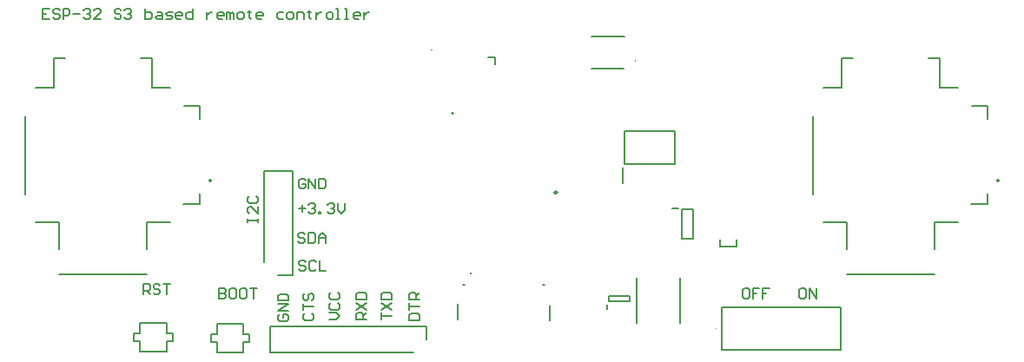
<source format=gbr>
%TF.GenerationSoftware,Altium Limited,Altium Designer,25.3.3 (18)*%
G04 Layer_Color=65535*
%FSLAX45Y45*%
%MOMM*%
%TF.SameCoordinates,94F19C35-717A-4B45-A619-7893C40BEDFD*%
%TF.FilePolarity,Positive*%
%TF.FileFunction,Legend,Top*%
%TF.Part,Single*%
G01*
G75*
%TA.AperFunction,NonConductor*%
%ADD56C,0.20000*%
%ADD57C,0.25000*%
%ADD58C,0.10000*%
%ADD59C,0.15300*%
%ADD60C,0.12700*%
D56*
X5688700Y9821200D02*
G03*
X5688700Y9821200I-1700J0D01*
G01*
X7674200Y9715700D02*
G03*
X7674200Y9715700I-3400J0D01*
G01*
X5899500Y9202000D02*
G03*
X5899500Y9202000I-10000J0D01*
G01*
X6067000Y7647000D02*
G03*
X6067000Y7637000I0J-5000D01*
G01*
D02*
G03*
X6067000Y7647000I0J5000D01*
G01*
D02*
G03*
X6067000Y7637000I0J-5000D01*
G01*
X11215868Y8547500D02*
G03*
X11215868Y8547500I-10000J0D01*
G01*
X3537500Y8547501D02*
G03*
X3537500Y8547501I-10000J0D01*
G01*
X7551500Y8524500D02*
Y8674500D01*
X7564500Y8709500D02*
X8054500D01*
Y9029500D01*
X7564500D02*
X8054500D01*
X7564500Y8709500D02*
Y9029500D01*
X6234500Y9752010D02*
X6304500D01*
Y9682000D02*
Y9752010D01*
X4110500Y6875500D02*
X5507500D01*
X4110500D02*
Y7124500D01*
X5634500D01*
Y7000000D02*
Y7124500D01*
X8515000Y6897500D02*
Y7307500D01*
Y6897500D02*
X9675000D01*
Y7307500D01*
X8515000D02*
X9675000D01*
X5987000Y7535500D02*
X6007000Y7536000D01*
X5940000Y7193000D02*
Y7345700D01*
X6834000Y7185500D02*
Y7325700D01*
X6767000Y7536000D02*
X6787000D01*
X4053522Y7750277D02*
Y8636777D01*
X4327522D01*
Y7625777D02*
Y8636777D01*
X4190522Y7625777D02*
X4327522D01*
X8125000Y8272500D02*
X8235000D01*
Y7982500D02*
Y8272500D01*
X8125000Y7982500D02*
X8235000D01*
X8125000D02*
Y8272500D01*
X8032500Y8278500D02*
X8090000D01*
X8497500Y7902500D02*
Y7972500D01*
X8657500Y7902500D02*
Y7972500D01*
X8497500Y7902500D02*
X8657500D01*
X3104999Y7057501D02*
X3164999D01*
X3104999D02*
Y7157501D01*
X2844999D02*
X3104999D01*
X2844999Y7057501D02*
Y7157501D01*
X2784999Y7057501D02*
X2844999D01*
X2784999Y6977501D02*
Y7057501D01*
Y6977501D02*
X2844999D01*
Y6877501D02*
Y6977501D01*
Y6877501D02*
X3104999D01*
Y6977501D01*
X3164999D01*
Y7057501D01*
X3852500Y7052500D02*
X3912500D01*
X3852500D02*
Y7152501D01*
X3592500D02*
X3852500D01*
X3592500Y7052500D02*
Y7152501D01*
X3532500Y7052500D02*
X3592500D01*
X3532500Y6972501D02*
Y7052500D01*
Y6972501D02*
X3592500D01*
Y6872501D02*
Y6972501D01*
Y6872501D02*
X3852500D01*
Y6972501D01*
X3912500D01*
Y7052500D01*
X7409500Y7374500D02*
Y7424500D01*
X7619500D01*
Y7374500D02*
Y7424500D01*
X7409500Y7374500D02*
X7619500D01*
X7399500Y7292000D02*
Y7339500D01*
X7687000Y7162000D02*
Y7602000D01*
X8107001Y7162000D02*
Y7602000D01*
D57*
X6909000Y8431999D02*
G03*
X6909000Y8431999I-12500J0D01*
G01*
D58*
X8455000Y7102500D02*
G03*
X8465000Y7102500I5000J0D01*
G01*
D02*
G03*
X8455000Y7102500I-5000J0D01*
G01*
D59*
X7246999Y9637000D02*
X7554499D01*
X7246999Y9957000D02*
X7549500D01*
X7569499D01*
X1959445Y10222768D02*
X1892800D01*
Y10122800D01*
X1959445D01*
X1892800Y10172784D02*
X1926122D01*
X2059413Y10206106D02*
X2042752Y10222768D01*
X2009429D01*
X1992768Y10206106D01*
Y10189445D01*
X2009429Y10172784D01*
X2042752D01*
X2059413Y10156122D01*
Y10139461D01*
X2042752Y10122800D01*
X2009429D01*
X1992768Y10139461D01*
X2092735Y10122800D02*
Y10222768D01*
X2142719D01*
X2159380Y10206106D01*
Y10172784D01*
X2142719Y10156122D01*
X2092735D01*
X2192703Y10172784D02*
X2259348D01*
X2292671Y10206106D02*
X2309332Y10222768D01*
X2342655D01*
X2359316Y10206106D01*
Y10189445D01*
X2342655Y10172784D01*
X2325994D01*
X2342655D01*
X2359316Y10156122D01*
Y10139461D01*
X2342655Y10122800D01*
X2309332D01*
X2292671Y10139461D01*
X2459284Y10122800D02*
X2392639D01*
X2459284Y10189445D01*
Y10206106D01*
X2442623Y10222768D01*
X2409300D01*
X2392639Y10206106D01*
X2659219D02*
X2642558Y10222768D01*
X2609236D01*
X2592574Y10206106D01*
Y10189445D01*
X2609236Y10172784D01*
X2642558D01*
X2659219Y10156122D01*
Y10139461D01*
X2642558Y10122800D01*
X2609236D01*
X2592574Y10139461D01*
X2692542Y10206106D02*
X2709204Y10222768D01*
X2742526D01*
X2759187Y10206106D01*
Y10189445D01*
X2742526Y10172784D01*
X2725865D01*
X2742526D01*
X2759187Y10156122D01*
Y10139461D01*
X2742526Y10122800D01*
X2709204D01*
X2692542Y10139461D01*
X2892478Y10222768D02*
Y10122800D01*
X2942462D01*
X2959123Y10139461D01*
Y10156122D01*
Y10172784D01*
X2942462Y10189445D01*
X2892478D01*
X3009107D02*
X3042430D01*
X3059091Y10172784D01*
Y10122800D01*
X3009107D01*
X2992446Y10139461D01*
X3009107Y10156122D01*
X3059091D01*
X3092413Y10122800D02*
X3142397D01*
X3159058Y10139461D01*
X3142397Y10156122D01*
X3109075D01*
X3092413Y10172784D01*
X3109075Y10189445D01*
X3159058D01*
X3242365Y10122800D02*
X3209043D01*
X3192381Y10139461D01*
Y10172784D01*
X3209043Y10189445D01*
X3242365D01*
X3259026Y10172784D01*
Y10156122D01*
X3192381D01*
X3358994Y10222768D02*
Y10122800D01*
X3309010D01*
X3292349Y10139461D01*
Y10172784D01*
X3309010Y10189445D01*
X3358994D01*
X3492285D02*
Y10122800D01*
Y10156122D01*
X3508946Y10172784D01*
X3525607Y10189445D01*
X3542269D01*
X3642236Y10122800D02*
X3608914D01*
X3592252Y10139461D01*
Y10172784D01*
X3608914Y10189445D01*
X3642236D01*
X3658897Y10172784D01*
Y10156122D01*
X3592252D01*
X3692220Y10122800D02*
Y10189445D01*
X3708882D01*
X3725543Y10172784D01*
Y10122800D01*
Y10172784D01*
X3742204Y10189445D01*
X3758865Y10172784D01*
Y10122800D01*
X3808849D02*
X3842172D01*
X3858833Y10139461D01*
Y10172784D01*
X3842172Y10189445D01*
X3808849D01*
X3792188Y10172784D01*
Y10139461D01*
X3808849Y10122800D01*
X3908817Y10206106D02*
Y10189445D01*
X3892156D01*
X3925478D01*
X3908817D01*
Y10139461D01*
X3925478Y10122800D01*
X4025446D02*
X3992124D01*
X3975462Y10139461D01*
Y10172784D01*
X3992124Y10189445D01*
X4025446D01*
X4042107Y10172784D01*
Y10156122D01*
X3975462D01*
X4242043Y10189445D02*
X4192059D01*
X4175398Y10172784D01*
Y10139461D01*
X4192059Y10122800D01*
X4242043D01*
X4292027D02*
X4325349D01*
X4342011Y10139461D01*
Y10172784D01*
X4325349Y10189445D01*
X4292027D01*
X4275366Y10172784D01*
Y10139461D01*
X4292027Y10122800D01*
X4375333D02*
Y10189445D01*
X4425317D01*
X4441978Y10172784D01*
Y10122800D01*
X4491963Y10206106D02*
Y10189445D01*
X4475301D01*
X4508624D01*
X4491963D01*
Y10139461D01*
X4508624Y10122800D01*
X4558608Y10189445D02*
Y10122800D01*
Y10156122D01*
X4575269Y10172784D01*
X4591930Y10189445D01*
X4608591D01*
X4675237Y10122800D02*
X4708559D01*
X4725220Y10139461D01*
Y10172784D01*
X4708559Y10189445D01*
X4675237D01*
X4658575Y10172784D01*
Y10139461D01*
X4675237Y10122800D01*
X4758543D02*
X4791866D01*
X4775205D01*
Y10222768D01*
X4758543D01*
X4841850Y10122800D02*
X4875172D01*
X4858511D01*
Y10222768D01*
X4841850D01*
X4975140Y10122800D02*
X4941817D01*
X4925156Y10139461D01*
Y10172784D01*
X4941817Y10189445D01*
X4975140D01*
X4991801Y10172784D01*
Y10156122D01*
X4925156D01*
X5025124Y10189445D02*
Y10122800D01*
Y10156122D01*
X5041785Y10172784D01*
X5058446Y10189445D01*
X5075108D01*
X9320284Y7500268D02*
X9286961D01*
X9270300Y7483606D01*
Y7416961D01*
X9286961Y7400300D01*
X9320284D01*
X9336945Y7416961D01*
Y7483606D01*
X9320284Y7500268D01*
X9370268Y7400300D02*
Y7500268D01*
X9436913Y7400300D01*
Y7500268D01*
X8765284Y7497768D02*
X8731961D01*
X8715300Y7481106D01*
Y7414461D01*
X8731961Y7397800D01*
X8765284D01*
X8781945Y7414461D01*
Y7481106D01*
X8765284Y7497768D01*
X8881913D02*
X8815268D01*
Y7447784D01*
X8848590D01*
X8815268D01*
Y7397800D01*
X8981881Y7497768D02*
X8915236D01*
Y7447784D01*
X8948558D01*
X8915236D01*
Y7397800D01*
X5467232Y7187800D02*
X5567200D01*
Y7237784D01*
X5550538Y7254445D01*
X5483893D01*
X5467232Y7237784D01*
Y7187800D01*
Y7287768D02*
Y7354413D01*
Y7321091D01*
X5567200D01*
Y7387736D02*
X5467232D01*
Y7437720D01*
X5483893Y7454381D01*
X5517216D01*
X5533877Y7437720D01*
Y7387736D01*
Y7421058D02*
X5567200Y7454381D01*
X5197232Y7190300D02*
Y7256945D01*
Y7223623D01*
X5297200D01*
X5197232Y7290268D02*
X5297200Y7356913D01*
X5197232D02*
X5297200Y7290268D01*
X5197232Y7390236D02*
X5297200D01*
Y7440220D01*
X5280538Y7456881D01*
X5213893D01*
X5197232Y7440220D01*
Y7390236D01*
X5049700Y7190300D02*
X4949732D01*
Y7240284D01*
X4966393Y7256945D01*
X4999716D01*
X5016377Y7240284D01*
Y7190300D01*
Y7223622D02*
X5049700Y7256945D01*
X4949732Y7290268D02*
X5049700Y7356913D01*
X4949732D02*
X5049700Y7290268D01*
X4949732Y7390235D02*
X5049700D01*
Y7440219D01*
X5033038Y7456880D01*
X4966393D01*
X4949732Y7440219D01*
Y7390235D01*
X4689732Y7190300D02*
X4756377D01*
X4789700Y7223622D01*
X4756377Y7256945D01*
X4689732D01*
X4706393Y7356913D02*
X4689732Y7340252D01*
Y7306929D01*
X4706393Y7290268D01*
X4773038D01*
X4789700Y7306929D01*
Y7340252D01*
X4773038Y7356913D01*
X4706393Y7456880D02*
X4689732Y7440219D01*
Y7406897D01*
X4706393Y7390235D01*
X4773038D01*
X4789700Y7406897D01*
Y7440219D01*
X4773038Y7456880D01*
X4453894Y7249445D02*
X4437232Y7232784D01*
Y7199461D01*
X4453894Y7182800D01*
X4520539D01*
X4537200Y7199461D01*
Y7232784D01*
X4520539Y7249445D01*
X4437232Y7282768D02*
Y7349413D01*
Y7316090D01*
X4537200D01*
X4453894Y7449381D02*
X4437232Y7432719D01*
Y7399397D01*
X4453894Y7382736D01*
X4470555D01*
X4487216Y7399397D01*
Y7432719D01*
X4503877Y7449381D01*
X4520539D01*
X4537200Y7432719D01*
Y7399397D01*
X4520539Y7382736D01*
X4206393Y7241945D02*
X4189732Y7225283D01*
Y7191961D01*
X4206393Y7175300D01*
X4273038D01*
X4289700Y7191961D01*
Y7225283D01*
X4273038Y7241945D01*
X4239716D01*
Y7208622D01*
X4289700Y7275267D02*
X4189732D01*
X4289700Y7341912D01*
X4189732D01*
Y7375235D02*
X4289700D01*
Y7425219D01*
X4273038Y7441880D01*
X4206393D01*
X4189732Y7425219D01*
Y7375235D01*
X2872800Y7440300D02*
Y7540268D01*
X2922784D01*
X2939445Y7523606D01*
Y7490284D01*
X2922784Y7473622D01*
X2872800D01*
X2906122D02*
X2939445Y7440300D01*
X3039413Y7523606D02*
X3022752Y7540268D01*
X2989429D01*
X2972768Y7523606D01*
Y7506945D01*
X2989429Y7490284D01*
X3022752D01*
X3039413Y7473622D01*
Y7456961D01*
X3022752Y7440300D01*
X2989429D01*
X2972768Y7456961D01*
X3072736Y7540268D02*
X3139381D01*
X3106058D01*
Y7440300D01*
X3615300Y7497768D02*
Y7397800D01*
X3665284D01*
X3681945Y7414461D01*
Y7431123D01*
X3665284Y7447784D01*
X3615300D01*
X3665284D01*
X3681945Y7464445D01*
Y7481106D01*
X3665284Y7497768D01*
X3615300D01*
X3765252D02*
X3731929D01*
X3715268Y7481106D01*
Y7414461D01*
X3731929Y7397800D01*
X3765252D01*
X3781913Y7414461D01*
Y7481106D01*
X3765252Y7497768D01*
X3865219D02*
X3831897D01*
X3815235Y7481106D01*
Y7414461D01*
X3831897Y7397800D01*
X3865219D01*
X3881880Y7414461D01*
Y7481106D01*
X3865219Y7497768D01*
X3915203D02*
X3981848D01*
X3948526D01*
Y7397800D01*
X4454445Y8551106D02*
X4437784Y8567768D01*
X4404461D01*
X4387800Y8551106D01*
Y8484461D01*
X4404461Y8467800D01*
X4437784D01*
X4454445Y8484461D01*
Y8517784D01*
X4421122D01*
X4487768Y8467800D02*
Y8567768D01*
X4554413Y8467800D01*
Y8567768D01*
X4587736D02*
Y8467800D01*
X4637719D01*
X4654381Y8484461D01*
Y8551106D01*
X4637719Y8567768D01*
X4587736D01*
X4387800Y8275284D02*
X4454445D01*
X4421122Y8308606D02*
Y8241961D01*
X4487768Y8308606D02*
X4504429Y8325268D01*
X4537752D01*
X4554413Y8308606D01*
Y8291945D01*
X4537752Y8275284D01*
X4521090D01*
X4537752D01*
X4554413Y8258623D01*
Y8241961D01*
X4537752Y8225300D01*
X4504429D01*
X4487768Y8241961D01*
X4587736Y8225300D02*
Y8241961D01*
X4604397D01*
Y8225300D01*
X4587736D01*
X4671042Y8308606D02*
X4687703Y8325268D01*
X4721026D01*
X4737687Y8308606D01*
Y8291945D01*
X4721026Y8275284D01*
X4704364D01*
X4721026D01*
X4737687Y8258623D01*
Y8241961D01*
X4721026Y8225300D01*
X4687703D01*
X4671042Y8241961D01*
X4771010Y8325268D02*
Y8258623D01*
X4804332Y8225300D01*
X4837655Y8258623D01*
Y8325268D01*
X4456945Y7753606D02*
X4440284Y7770268D01*
X4406961D01*
X4390300Y7753606D01*
Y7736945D01*
X4406961Y7720284D01*
X4440284D01*
X4456945Y7703622D01*
Y7686961D01*
X4440284Y7670300D01*
X4406961D01*
X4390300Y7686961D01*
X4556913Y7753606D02*
X4540252Y7770268D01*
X4506929D01*
X4490268Y7753606D01*
Y7686961D01*
X4506929Y7670300D01*
X4540252D01*
X4556913Y7686961D01*
X4590235Y7770268D02*
Y7670300D01*
X4656880D01*
X4449445Y8023606D02*
X4432784Y8040268D01*
X4399461D01*
X4382800Y8023606D01*
Y8006945D01*
X4399461Y7990284D01*
X4432784D01*
X4449445Y7973622D01*
Y7956961D01*
X4432784Y7940300D01*
X4399461D01*
X4382800Y7956961D01*
X4482768Y8040268D02*
Y7940300D01*
X4532752D01*
X4549413Y7956961D01*
Y8023606D01*
X4532752Y8040268D01*
X4482768D01*
X4582736Y7940300D02*
Y8006945D01*
X4616058Y8040268D01*
X4649381Y8006945D01*
Y7940300D01*
Y7990284D01*
X4582736D01*
X3889732Y8145300D02*
Y8178622D01*
Y8161961D01*
X3989700D01*
Y8145300D01*
Y8178622D01*
Y8295251D02*
Y8228606D01*
X3923055Y8295251D01*
X3906394D01*
X3889732Y8278590D01*
Y8245267D01*
X3906394Y8228606D01*
Y8395219D02*
X3889732Y8378558D01*
Y8345235D01*
X3906394Y8328574D01*
X3973039D01*
X3989700Y8345235D01*
Y8378558D01*
X3973039Y8395219D01*
D60*
X9685868Y9737500D02*
X9795868D01*
X9685868Y9455000D02*
Y9737500D01*
X9503368Y9455000D02*
X9685868D01*
X9400868Y8416500D02*
Y9178500D01*
X10525868Y9737500D02*
X10635868D01*
Y9455000D02*
Y9737500D01*
Y9455000D02*
X10818369D01*
X9503368Y8140000D02*
X9730869D01*
Y7882500D02*
Y8140000D01*
Y7637500D02*
X10590868D01*
Y7882500D02*
Y8140000D01*
X10815868D01*
X11100868Y8322500D02*
Y8417500D01*
X10945868Y8322500D02*
X11100868D01*
X10950868Y9272500D02*
X11100868D01*
Y9152500D02*
Y9272500D01*
X2007500Y9737500D02*
X2117500D01*
X2007500Y9455001D02*
Y9737500D01*
X1825000Y9455001D02*
X2007500D01*
X1722500Y8416501D02*
Y9178501D01*
X2847500Y9737500D02*
X2957500D01*
Y9455001D02*
Y9737500D01*
Y9455001D02*
X3140000D01*
X1825000Y8140000D02*
X2052500D01*
Y7882501D02*
Y8140000D01*
Y7637501D02*
X2912500D01*
Y7882501D02*
Y8140000D01*
X3137500D01*
X3422500Y8322500D02*
Y8417501D01*
X3267500Y8322500D02*
X3422500D01*
X3272500Y9272501D02*
X3422500D01*
Y9152501D02*
Y9272501D01*
%TF.MD5,79254df3d97c50cdcf8f98b15131df8b*%
M02*

</source>
